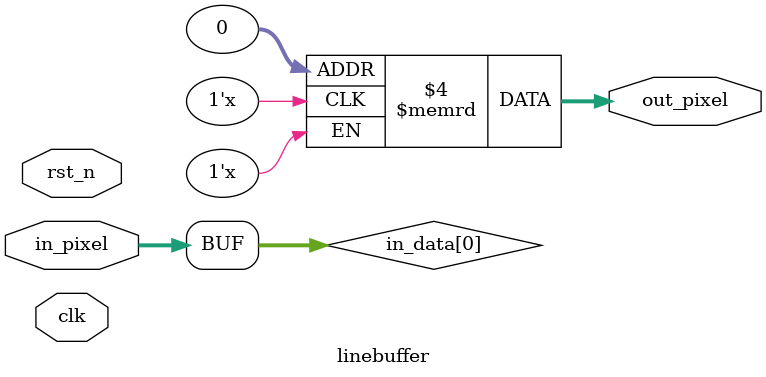
<source format=sv>
`ifndef __LINEBUFFER_SV__
`define __LINEBUFFER_SV__

module linebuffer #(
   parameter PIXEL_DEPTH = 8,
   parameter WIDTH = 8,
   parameter NUM_LINES = 1
) (
   input bit clk,
   input bit rst_n,

   input logic [PIXEL_DEPTH-1:0] in_pixel,
   output logic [PIXEL_DEPTH-1:0] out_pixel
);

logic [PIXEL_DEPTH-1:0] out_data[NUM_LINES];
logic [PIXEL_DEPTH-1:0] in_data[NUM_LINES];

assign in_data[0] = in_pixel;

assign out_pixel = out_data[NUM_LINES-1];

always_comb begin
   for(int i = 1; i < NUM_LINES; i++) begin
      in_data[i] = out_data[i-1];
   end
end

generate 
for(genvar i = 0; i < NUM_LINES; i++) begin
   shift_register #(.DATA_WIDTH(PIXEL_DEPTH), .SIZE(WIDTH)) line_i (
      .clk,
      .rst_n,
      .shift_en(1'b1),

      .in_data(in_data[i]),
      .out_data(out_data[i])
   );

end
endgenerate

endmodule

`endif


</source>
